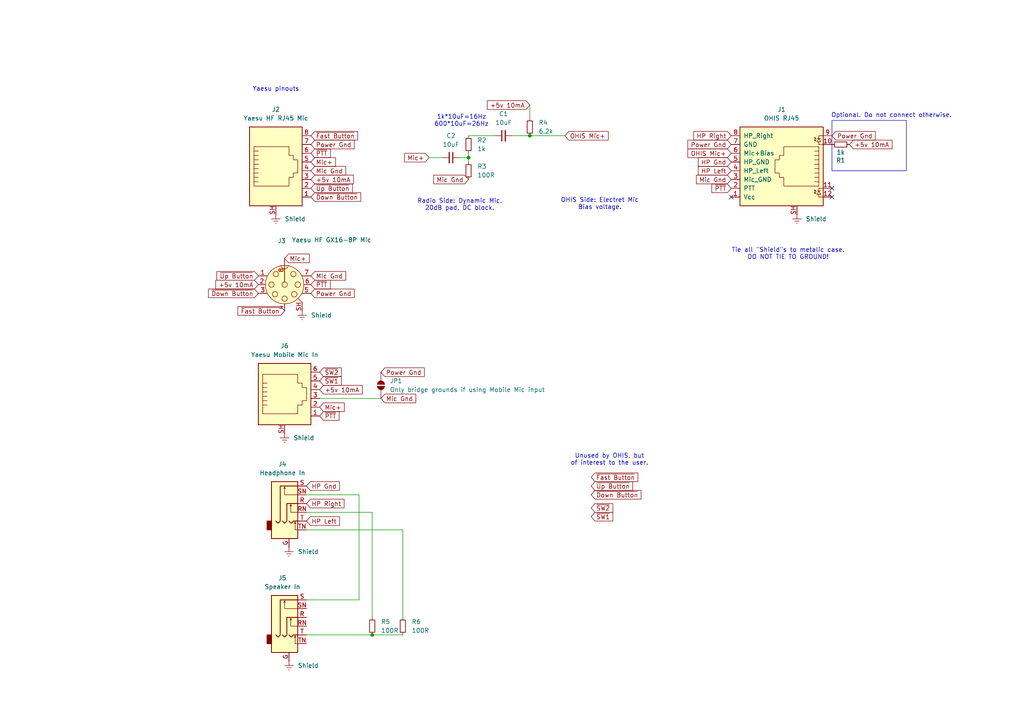
<source format=kicad_sch>
(kicad_sch (version 20231120) (generator "eeschema") (generator_version "8.0")
  (paper "A4")
  (lib_symbols
    (symbol "Connector:6P6C_Shielded" (pin_names (offset 1.016))
      (property "Reference" "J" (at -5.08 11.43 0))
      (property "Value" "6P6C_Shielded" (at 2.54 11.43 0))
      (symbol "6P6C_Shielded_0_1"
        (polyline (pts (xy -6.35 -1.905) (xy -5.08 -1.905) (xy -5.08 -1.905)))
        (polyline (pts (xy -6.35 -0.635) (xy -5.08 -0.635) (xy -5.08 -0.635)))
        (polyline (pts (xy -6.35 0.635) (xy -5.08 0.635) (xy -5.08 0.635)))
        (polyline (pts (xy -6.35 1.905) (xy -5.08 1.905) (xy -5.08 1.905)))
        (polyline (pts (xy -6.35 3.175) (xy -5.08 3.175) (xy -5.08 3.175)))
        (polyline (pts (xy -5.08 4.445) (xy -6.35 4.445) (xy -6.35 4.445)))
        (polyline (pts (xy -6.35 -4.445) (xy -6.35 6.985) (xy 3.81 6.985) (xy 3.81 4.445) (xy 5.08 4.445) (xy 5.08 3.175) (xy 6.35 3.175) (xy 6.35 -0.635) (xy 5.08 -0.635) (xy 5.08 -1.905) (xy 3.81 -1.905) (xy 3.81 -4.445) (xy -6.35 -4.445) (xy -6.35 -4.445)))
        (rectangle (start 7.62 10.16) (end -7.62 -7.62) (stroke (width 0.254)) (fill (type background)))
      )
      (symbol "6P6C_Shielded_1_1"
        (pin passive line (at 10.16 -5.08 180) (length 2.54) (name "~") (number "1"))
        (pin passive line (at 10.16 -2.54 180) (length 2.54) (name "~") (number "2"))
        (pin passive line (at 10.16 0 180) (length 2.54) (name "~") (number "3"))
        (pin passive line (at 10.16 2.54 180) (length 2.54) (name "~") (number "4"))
        (pin passive line (at 10.16 5.08 180) (length 2.54) (name "~") (number "5"))
        (pin passive line (at 10.16 7.62 180) (length 2.54) (name "~") (number "6"))
        (pin passive line (at 0 -10.16 90) (length 2.54) (name "~") (number "SH"))
      )
    )
    (symbol "Connector:RJ45_Shielded" (pin_names (offset 1.016))
      (property "Reference" "J" (at -5.08 13.97 0))
      (property "Value" "RJ45_Shielded" (at 2.54 13.97 0))
      (symbol "RJ45_Shielded_0_1"
        (polyline (pts (xy -5.08 4.445) (xy -6.35 4.445)))
        (polyline (pts (xy -5.08 5.715) (xy -6.35 5.715)))
        (polyline (pts (xy -6.35 -3.175) (xy -5.08 -3.175) (xy -5.08 -3.175)))
        (polyline (pts (xy -6.35 -1.905) (xy -5.08 -1.905) (xy -5.08 -1.905)))
        (polyline (pts (xy -6.35 -0.635) (xy -5.08 -0.635) (xy -5.08 -0.635)))
        (polyline (pts (xy -6.35 0.635) (xy -5.08 0.635) (xy -5.08 0.635)))
        (polyline (pts (xy -6.35 1.905) (xy -5.08 1.905) (xy -5.08 1.905)))
        (polyline (pts (xy -5.08 3.175) (xy -6.35 3.175) (xy -6.35 3.175)))
        (polyline (pts (xy -6.35 -4.445) (xy -6.35 6.985) (xy 3.81 6.985) (xy 3.81 4.445) (xy 5.08 4.445) (xy 5.08 3.175) (xy 6.35 3.175) (xy 6.35 -0.635) (xy 5.08 -0.635) (xy 5.08 -1.905) (xy 3.81 -1.905) (xy 3.81 -4.445) (xy -6.35 -4.445) (xy -6.35 -4.445)))
        (rectangle (start 7.62 12.7) (end -7.62 -10.16) (stroke (width 0.254)) (fill (type background)))
      )
      (symbol "RJ45_Shielded_1_1"
        (pin passive line (at 10.16 -7.62 180) (length 2.54) (name "~") (number "1"))
        (pin passive line (at 10.16 -5.08 180) (length 2.54) (name "~") (number "2"))
        (pin passive line (at 10.16 -2.54 180) (length 2.54) (name "~") (number "3"))
        (pin passive line (at 10.16 0 180) (length 2.54) (name "~") (number "4"))
        (pin passive line (at 10.16 2.54 180) (length 2.54) (name "~") (number "5"))
        (pin passive line (at 10.16 5.08 180) (length 2.54) (name "~") (number "6"))
        (pin passive line (at 10.16 7.62 180) (length 2.54) (name "~") (number "7"))
        (pin passive line (at 10.16 10.16 180) (length 2.54) (name "~") (number "8"))
        (pin passive line (at 0 -12.7 90) (length 2.54) (name "~") (number "SH"))
      )
    )
    (symbol "Connector_Audio:AudioJack3_Ground_Switch"
      (property "Reference" "J" (at 0 11.43 0))
      (property "Value" "AudioJack3_Ground_Switch" (at 0 8.89 0))
      (symbol "AudioJack3_Ground_Switch_0_1"
        (rectangle (start -5.08 -5.08) (end -6.35 -7.62) (stroke (width 0.254)) (fill (type outline)))
        (rectangle (start 2.54 6.35) (end -5.08 -10.16) (stroke (width 0.254)) (fill (type background)))
      )
      (symbol "AudioJack3_Ground_Switch_1_1"
        (polyline (pts (xy -1.27 4.826) (xy -1.016 4.318)))
        (polyline (pts (xy 0.508 -0.254) (xy 0.762 -0.762)))
        (polyline (pts (xy 1.778 -5.334) (xy 2.032 -5.842)))
        (polyline (pts (xy 0 -5.08) (xy 0.635 -5.715) (xy 1.27 -5.08) (xy 2.54 -5.08)) (stroke (width 0.254)))
        (polyline (pts (xy 2.54 -7.62) (xy 1.778 -7.62) (xy 1.778 -5.334) (xy 1.524 -5.842)))
        (polyline (pts (xy 2.54 -2.54) (xy 0.508 -2.54) (xy 0.508 -0.254) (xy 0.254 -0.762)))
        (polyline (pts (xy 2.54 2.54) (xy -1.27 2.54) (xy -1.27 4.826) (xy -1.524 4.318)))
        (polyline (pts (xy -1.905 -5.08) (xy -1.27 -5.715) (xy -0.635 -5.08) (xy -0.635 0) (xy 2.54 0)) (stroke (width 0.254)))
        (polyline (pts (xy 2.54 5.08) (xy -2.54 5.08) (xy -2.54 -5.08) (xy -3.175 -5.715) (xy -3.81 -5.08)) (stroke (width 0.254)))
        (pin passive line (at 0 -12.7 90) (length 2.54) (name "~") (number "G"))
        (pin passive line (at 5.08 0 180) (length 2.54) (name "~") (number "R"))
        (pin passive line (at 5.08 -2.54 180) (length 2.54) (name "~") (number "RN"))
        (pin passive line (at 5.08 5.08 180) (length 2.54) (name "~") (number "S"))
        (pin passive line (at 5.08 2.54 180) (length 2.54) (name "~") (number "SN"))
        (pin passive line (at 5.08 -5.08 180) (length 2.54) (name "~") (number "T"))
        (pin passive line (at 5.08 -7.62 180) (length 2.54) (name "~") (number "TN"))
      )
    )
    (symbol "Device:C_Small" (pin_numbers hide) (pin_names (offset 0.254) hide)
      (property "Reference" "C" (at 0.254 1.778 0))
      (property "Value" "C_Small" (at 0.254 -2.032 0))
      (symbol "C_Small_0_1"
        (polyline (pts (xy -1.524 -0.508) (xy 1.524 -0.508)) (stroke (width 0.3302)))
        (polyline (pts (xy -1.524 0.508) (xy 1.524 0.508)) (stroke (width 0.3048)))
      )
      (symbol "C_Small_1_1"
        (pin passive line (at 0 2.54 270) (length 2.032) (name "~") (number "1"))
        (pin passive line (at 0 -2.54 90) (length 2.032) (name "~") (number "2"))
      )
    )
    (symbol "Device:R_Small" (pin_numbers hide) (pin_names (offset 0.254) hide)
      (property "Reference" "R" (at 0.762 0.508 0))
      (property "Value" "R_Small" (at 0.762 -1.016 0))
      (symbol "R_Small_0_1"
        (rectangle (start -0.762 1.778) (end 0.762 -1.778) (stroke (width 0.2032)))
      )
      (symbol "R_Small_1_1"
        (pin passive line (at 0 2.54 270) (length 0.762) (name "~") (number "1"))
        (pin passive line (at 0 -2.54 90) (length 0.762) (name "~") (number "2"))
      )
    )
    (symbol "Jumper:SolderJumper_2_Open" (pin_numbers hide) (pin_names (offset 0) hide) (exclude_from_sim yes) (in_bom no)
      (property "Reference" "JP" (at 0 2.032 0))
      (property "Value" "SolderJumper_2_Open" (at 0 -2.54 0))
      (symbol "SolderJumper_2_Open_0_1"
        (arc (start -0.254 1.016) (mid -1.2656 0) (end -0.254 -1.016))
        (arc (start -0.254 1.016) (mid -1.2656 0) (end -0.254 -1.016) (fill (type outline)))
        (polyline (pts (xy -0.254 1.016) (xy -0.254 -1.016)))
        (polyline (pts (xy 0.254 1.016) (xy 0.254 -1.016)))
        (arc (start 0.254 -1.016) (mid 1.2656 0) (end 0.254 1.016))
        (arc (start 0.254 -1.016) (mid 1.2656 0) (end 0.254 1.016) (fill (type outline)))
      )
      (symbol "SolderJumper_2_Open_1_1"
        (pin passive line (at -3.81 0 0) (length 2.54) (name "A") (number "1"))
        (pin passive line (at 3.81 0 180) (length 2.54) (name "B") (number "2"))
      )
    )
    (symbol "OHIS:Conn_GX16-8p"
      (property "Reference" "J" (at -3.302 6.604 0))
      (symbol "Conn_GX16-8p_0_1"
        (circle (center -3.81 0) (radius 0.762))
        (circle (center -2.794 -2.794) (radius 0.762))
        (circle (center -2.54 3.048) (radius 0.762))
        (arc (start -1.016 5.588) (mid 0 4.572) (end 1.016 5.588))
        (circle (center 0 -4.064) (radius 0.762))
        (polyline (pts (xy 5.08 -5.08) (xy 3.81 -4.064)))
        (circle (center 0 0) (radius 0.762))
        (circle (center 2.54 3.048) (radius 0.762))
        (circle (center 2.794 -2.794) (radius 0.8032))
        (circle (center 3.81 0) (radius 0.8032))
      )
      (symbol "Conn_GX16-8p_1_1"
        (circle (center 0 0) (radius 5.588) (fill (type background)))
        (pin input line (at -7.62 2.54 0) (length 2.54) (name "") (number "1"))
        (pin input line (at -7.62 0 0) (length 2.032) (name "") (number "2"))
        (pin input line (at -7.62 -2.54 0) (length 2.54) (name "") (number "3"))
        (pin input line (at 0 -7.62 90) (length 2.032) (name "") (number "4"))
        (pin input line (at 7.62 -2.54 180) (length 2.54) (name "") (number "5"))
        (pin input line (at 7.62 0 180) (length 2.032) (name "") (number "6"))
        (pin input line (at 7.62 2.54 180) (length 2.54) (name "") (number "7"))
        (pin input line (at 0 7.62 270) (length 6.858) (name "") (number "8"))
        (pin input line (at 5.08 -7.62 90) (length 2.54) (name "") (number "SH"))
      )
    )
    (symbol "OHIS:Conn_RJ45_OHIS_LED_Shield" (pin_names (offset 1.016))
      (property "Reference" "J" (at -5.08 13.97 0))
      (property "Value" "Conn_RJ45_OHIS_LED_Shield" (at -8.89 17.78 0))
      (symbol "Conn_RJ45_OHIS_LED_Shield_0_1"
        (rectangle (start -7.62 12.7) (end 16.51 -10.16) (stroke (width 0.254)) (fill (type background)))
        (polyline (pts (xy -7.62 -7.62) (xy -6.35 -7.62)))
        (polyline (pts (xy -7.62 -5.08) (xy -6.35 -5.08)))
        (polyline (pts (xy -7.62 7.62) (xy -6.35 7.62)))
        (polyline (pts (xy -7.62 10.16) (xy -6.35 10.16)))
        (polyline (pts (xy -6.858 -5.842) (xy -5.842 -5.842)))
        (polyline (pts (xy -6.858 9.398) (xy -5.842 9.398)))
        (polyline (pts (xy -6.35 -7.62) (xy -6.35 -6.858)))
        (polyline (pts (xy -6.35 -5.08) (xy -6.35 -5.842)))
        (polyline (pts (xy -6.35 7.62) (xy -6.35 8.382)))
        (polyline (pts (xy -6.35 10.16) (xy -6.35 9.398)))
        (polyline (pts (xy -5.08 -6.223) (xy -5.207 -6.604)))
        (polyline (pts (xy -5.08 -5.588) (xy -5.207 -5.969)))
        (polyline (pts (xy -5.08 4.445) (xy -6.35 4.445)))
        (polyline (pts (xy -5.08 5.715) (xy -6.35 5.715)))
        (polyline (pts (xy -5.08 9.017) (xy -5.207 8.636)))
        (polyline (pts (xy -5.08 9.652) (xy -5.207 9.271)))
        (polyline (pts (xy -6.35 -3.175) (xy -5.08 -3.175) (xy -5.08 -3.175)))
        (polyline (pts (xy -6.35 -1.905) (xy -5.08 -1.905) (xy -5.08 -1.905)))
        (polyline (pts (xy -6.35 -0.635) (xy -5.08 -0.635) (xy -5.08 -0.635)))
        (polyline (pts (xy -6.35 0.635) (xy -5.08 0.635) (xy -5.08 0.635)))
        (polyline (pts (xy -6.35 1.905) (xy -5.08 1.905) (xy -5.08 1.905)))
        (polyline (pts (xy -5.588 -6.731) (xy -5.08 -6.223) (xy -5.461 -6.35)))
        (polyline (pts (xy -5.588 -6.096) (xy -5.08 -5.588) (xy -5.461 -5.715)))
        (polyline (pts (xy -5.588 8.509) (xy -5.08 9.017) (xy -5.461 8.89)))
        (polyline (pts (xy -5.588 9.144) (xy -5.08 9.652) (xy -5.461 9.525)))
        (polyline (pts (xy -5.08 3.175) (xy -6.35 3.175) (xy -6.35 3.175)))
        (polyline (pts (xy -6.35 -5.842) (xy -6.858 -6.858) (xy -5.842 -6.858) (xy -6.35 -5.842)))
        (polyline (pts (xy -6.35 9.398) (xy -6.858 8.382) (xy -5.842 8.382) (xy -6.35 9.398)))
        (polyline (pts (xy -6.35 -4.445) (xy -6.35 6.985) (xy 3.81 6.985) (xy 3.81 4.445) (xy 5.08 4.445) (xy 5.08 3.175) (xy 6.35 3.175) (xy 6.35 -0.635) (xy 5.08 -0.635) (xy 5.08 -1.905) (xy 3.81 -1.905) (xy 3.81 -4.445) (xy -6.35 -4.445) (xy -6.35 -4.445)))
      )
      (symbol "Conn_RJ45_OHIS_LED_Shield_1_1"
        (pin passive line (at 19.05 -7.62 180) (length 2.54) (name "Vcc") (number "1"))
        (pin passive line (at -10.16 7.62 0) (length 2.54) (name "~") (number "10"))
        (pin passive line (at -10.16 -5.08 0) (length 2.54) (name "~") (number "11"))
        (pin passive line (at -10.16 -7.62 0) (length 2.54) (name "~") (number "12"))
        (pin passive line (at 19.05 -5.08 180) (length 2.54) (name "PTT") (number "2"))
        (pin passive line (at 19.05 -2.54 180) (length 2.54) (name "Mic_GND") (number "3"))
        (pin passive line (at 19.05 0 180) (length 2.54) (name "HP_Left") (number "4"))
        (pin passive line (at 19.05 2.54 180) (length 2.54) (name "HP_GND") (number "5"))
        (pin passive line (at 19.05 5.08 180) (length 2.54) (name "Mic+Bias") (number "6"))
        (pin passive line (at 19.05 7.62 180) (length 2.54) (name "GND") (number "7"))
        (pin passive line (at 19.05 10.16 180) (length 2.54) (name "HP_Right") (number "8"))
        (pin passive line (at -10.16 10.16 0) (length 2.54) (name "~") (number "9"))
        (pin passive line (at 0 -12.7 90) (length 2.54) (name "~") (number "SH"))
      )
    )
    (symbol "power:Earth" (power) (pin_numbers hide) (pin_names (offset 0) hide)
      (property "Value" "Earth" (at 0 -3.81 0))
      (symbol "Earth_0_1"
        (polyline (pts (xy -0.635 -1.905) (xy 0.635 -1.905)))
        (polyline (pts (xy -0.127 -2.54) (xy 0.127 -2.54)))
        (polyline (pts (xy 0 -1.27) (xy 0 0)))
        (polyline (pts (xy 1.27 -1.27) (xy -1.27 -1.27)))
      )
      (symbol "Earth_1_1"
        (pin power_in line (at 0 0 270) (length 0) (name "~") (number "1"))
      )
    )
  )
  (junction (at 107.95 184.15))
  (junction (at 153.67 39.37))
  (junction (at 135.89 45.72))
  (no_connect (at 241.3 54.61))
  (no_connect (at 212.09 57.15))
  (no_connect (at 241.3 57.15))
  (wire (pts (xy 104.14 143.51) (xy 88.9 143.51)))
  (wire (pts (xy 116.84 153.67) (xy 88.9 153.67)))
  (wire (pts (xy 148.59 39.37) (xy 153.67 39.37)))
  (wire (pts (xy 92.71 115.57) (xy 110.49 115.57)))
  (wire (pts (xy 116.84 179.07) (xy 116.84 153.67)))
  (wire (pts (xy 133.35 45.72) (xy 135.89 45.72)))
  (wire (pts (xy 135.89 44.45) (xy 135.89 45.72)))
  (wire (pts (xy 124.46 45.72) (xy 128.27 45.72)))
  (wire (pts (xy 88.9 173.99) (xy 104.14 173.99)))
  (wire (pts (xy 104.14 173.99) (xy 104.14 143.51)))
  (wire (pts (xy 107.95 184.15) (xy 116.84 184.15)))
  (wire (pts (xy 107.95 179.07) (xy 107.95 148.59)))
  (wire (pts (xy 88.9 184.15) (xy 107.95 184.15)))
  (wire (pts (xy 135.89 39.37) (xy 143.51 39.37)))
  (wire (pts (xy 153.67 39.37) (xy 163.83 39.37)))
  (wire (pts (xy 153.67 30.48) (xy 153.67 34.29)))
  (wire (pts (xy 107.95 148.59) (xy 88.9 148.59)))
  (wire (pts (xy 135.89 45.72) (xy 135.89 46.99)))
  (rectangle (start 241.3 34.925) (end 262.89 49.53))
  (text "Yaesu pinouts" (at 80.01 25.908 0) (effects (font (size 1.27 1.27))))
  (text "OHIS Side: Electret Mic\nBias voltage." (at 173.99 59.182 0) (effects (font (size 1.27 1.27))))
  (text "Radio Side: Dynamic Mic.\n20dB pad, DC block." (at 133.35 59.436 0) (effects (font (size 1.27 1.27))))
  (text "Tie all \"Shield\"s to metalic case.\nDO NOT TIE TO GROUND!" (at 228.6 73.66 0) (effects (font (size 1.27 1.27))))
  (text "Unused by OHIS, but\nof interest to the user." (at 176.784 133.35 0) (effects (font (size 1.27 1.27))))
  (text "1k*10uF=16Hz\n600*10uF=26Hz" (at 133.858 35.052 0) (effects (font (size 1.27 1.27))))
  (text "Optional. Do not connect otherwise." (at 258.572 33.528 0) (effects (font (size 1.27 1.27))))
  (global_label "Mic Gnd" (shape input) (at 212.09 52.07 180) (property "Intersheetrefs" "${INTERSHEET_REFS}" (effects (hide yes))))
  (global_label "OHIS Mic+" (shape input) (at 163.83 39.37 0) (property "Intersheetrefs" "${INTERSHEET_REFS}" (effects (hide yes))))
  (global_label "~{Down Button}" (shape input) (at 171.45 143.51 0) (property "Intersheetrefs" "${INTERSHEET_REFS}" (effects (hide yes))))
  (global_label "~{PTT}" (shape input) (at 212.09 54.61 180) (property "Intersheetrefs" "${INTERSHEET_REFS}" (effects (hide yes))))
  (global_label "~{Down Button}" (shape input) (at 74.93 85.09 180) (property "Intersheetrefs" "${INTERSHEET_REFS}" (effects (hide yes))))
  (global_label "OHIS Mic+" (shape input) (at 212.09 44.45 180) (property "Intersheetrefs" "${INTERSHEET_REFS}" (effects (hide yes))))
  (global_label "~{SW2}" (shape input) (at 92.71 107.95 0) (property "Intersheetrefs" "${INTERSHEET_REFS}" (effects (hide yes))))
  (global_label "HP Gnd" (shape input) (at 88.9 140.97 0) (property "Intersheetrefs" "${INTERSHEET_REFS}" (effects (hide yes))))
  (global_label "~{Up Button}" (shape input) (at 90.17 54.61 0) (property "Intersheetrefs" "${INTERSHEET_REFS}" (effects (hide yes))))
  (global_label "HP Right" (shape input) (at 212.09 39.37 180) (property "Intersheetrefs" "${INTERSHEET_REFS}" (effects (hide yes))))
  (global_label "~{Down Button}" (shape input) (at 90.17 57.15 0) (property "Intersheetrefs" "${INTERSHEET_REFS}" (effects (hide yes))))
  (global_label "+5v 10mA" (shape input) (at 246.38 41.91 0) (property "Intersheetrefs" "${INTERSHEET_REFS}" (effects (hide yes))))
  (global_label "~{SW2}" (shape input) (at 171.45 147.32 0) (property "Intersheetrefs" "${INTERSHEET_REFS}" (effects (hide yes))))
  (global_label "~{Fast Button}" (shape input) (at 90.17 39.37 0) (property "Intersheetrefs" "${INTERSHEET_REFS}" (effects (hide yes))))
  (global_label "Mic Gnd" (shape input) (at 110.49 115.57 0) (property "Intersheetrefs" "${INTERSHEET_REFS}" (effects (hide yes))))
  (global_label "~{Fast Button}" (shape input) (at 171.45 138.43 0) (property "Intersheetrefs" "${INTERSHEET_REFS}" (effects (hide yes))))
  (global_label "Mic+" (shape input) (at 82.55 74.93 0) (property "Intersheetrefs" "${INTERSHEET_REFS}" (effects (hide yes))))
  (global_label "~{PTT}" (shape input) (at 92.71 120.65 0) (property "Intersheetrefs" "${INTERSHEET_REFS}" (effects (hide yes))))
  (global_label "~{PTT}" (shape input) (at 90.17 82.55 0) (property "Intersheetrefs" "${INTERSHEET_REFS}" (effects (hide yes))))
  (global_label "+5v 10mA" (shape input) (at 92.71 113.03 0) (property "Intersheetrefs" "${INTERSHEET_REFS}" (effects (hide yes))))
  (global_label "+5v 10mA" (shape input) (at 90.17 52.07 0) (property "Intersheetrefs" "${INTERSHEET_REFS}" (effects (hide yes))))
  (global_label "~{PTT}" (shape input) (at 90.17 44.45 0) (property "Intersheetrefs" "${INTERSHEET_REFS}" (effects (hide yes))))
  (global_label "~{Up Button}" (shape input) (at 74.93 80.01 180) (property "Intersheetrefs" "${INTERSHEET_REFS}" (effects (hide yes))))
  (global_label "~{SW1}" (shape input) (at 171.45 149.86 0) (property "Intersheetrefs" "${INTERSHEET_REFS}" (effects (hide yes))))
  (global_label "~{Up Button}" (shape input) (at 171.45 140.97 0) (property "Intersheetrefs" "${INTERSHEET_REFS}" (effects (hide yes))))
  (global_label "+5v 10mA" (shape input) (at 74.93 82.55 180) (property "Intersheetrefs" "${INTERSHEET_REFS}" (effects (hide yes))))
  (global_label "~{Fast Button}" (shape input) (at 82.55 90.17 180) (property "Intersheetrefs" "${INTERSHEET_REFS}" (effects (hide yes))))
  (global_label "Power Gnd" (shape input) (at 241.3 39.37 0) (property "Intersheetrefs" "${INTERSHEET_REFS}" (effects (hide yes))))
  (global_label "HP Gnd" (shape input) (at 212.09 46.99 180) (property "Intersheetrefs" "${INTERSHEET_REFS}" (effects (hide yes))))
  (global_label "Mic Gnd" (shape input) (at 90.17 49.53 0) (property "Intersheetrefs" "${INTERSHEET_REFS}" (effects (hide yes))))
  (global_label "Power Gnd" (shape input) (at 90.17 41.91 0) (property "Intersheetrefs" "${INTERSHEET_REFS}" (effects (hide yes))))
  (global_label "Power Gnd" (shape input) (at 90.17 85.09 0) (property "Intersheetrefs" "${INTERSHEET_REFS}" (effects (hide yes))))
  (global_label "~{SW1}" (shape input) (at 92.71 110.49 0) (property "Intersheetrefs" "${INTERSHEET_REFS}" (effects (hide yes))))
  (global_label "Mic+" (shape input) (at 92.71 118.11 0) (property "Intersheetrefs" "${INTERSHEET_REFS}" (effects (hide yes))))
  (global_label "Mic+" (shape input) (at 124.46 45.72 180) (property "Intersheetrefs" "${INTERSHEET_REFS}" (effects (hide yes))))
  (global_label "Mic+" (shape input) (at 90.17 46.99 0) (property "Intersheetrefs" "${INTERSHEET_REFS}" (effects (hide yes))))
  (global_label "Power Gnd" (shape input) (at 110.49 107.95 0) (property "Intersheetrefs" "${INTERSHEET_REFS}" (effects (hide yes))))
  (global_label "HP Left" (shape input) (at 88.9 151.13 0) (property "Intersheetrefs" "${INTERSHEET_REFS}" (effects (hide yes))))
  (global_label "HP Left" (shape input) (at 212.09 49.53 180) (property "Intersheetrefs" "${INTERSHEET_REFS}" (effects (hide yes))))
  (global_label "Power Gnd" (shape input) (at 212.09 41.91 180) (property "Intersheetrefs" "${INTERSHEET_REFS}" (effects (hide yes))))
  (global_label "Mic Gnd" (shape input) (at 135.89 52.07 180) (property "Intersheetrefs" "${INTERSHEET_REFS}" (effects (hide yes))))
  (global_label "HP Right" (shape input) (at 88.9 146.05 0) (property "Intersheetrefs" "${INTERSHEET_REFS}" (effects (hide yes))))
  (global_label "Mic Gnd" (shape input) (at 90.17 80.01 0) (property "Intersheetrefs" "${INTERSHEET_REFS}" (effects (hide yes))))
  (global_label "+5v 10mA" (shape input) (at 153.67 30.48 180) (property "Intersheetrefs" "${INTERSHEET_REFS}" (effects (hide yes))))
  (symbol (lib_id "power:Earth") (at 83.82 158.75 0) (unit 1)
    (property "Reference" "#PWR03" (effects (hide yes)))
    (property "Value" "Shield" (at 86.36 160.0199 0) (effects (justify left)))
    (property "Description" "Power symbol creates a global label with name \"Earth\"" (effects (hide yes)))
  )
  (symbol (lib_id "power:Earth") (at 87.63 90.17 0) (unit 1)
    (property "Reference" "#PWR01" (effects (hide yes)))
    (property "Value" "Shield" (at 90.17 91.4399 0) (effects (justify left)))
    (property "Description" "Power symbol creates a global label with name \"Earth\"" (effects (hide yes)))
  )
  (symbol (lib_id "Connector_Audio:AudioJack3_Ground_Switch") (at 83.82 179.07 0) (unit 1)
    (property "Reference" "J5" (at 81.915 167.64 0))
    (property "Value" "Speaker In" (at 81.915 170.18 0))
    (property "Description" "Audio Jack, 3 Poles (Stereo / TRS), Grounded Sleeve, Switched Poles (Normalling)" (effects (hide yes)))
  )
  (symbol (lib_id "Connector:RJ45_Shielded") (at 80.01 49.53 0) (unit 1)
    (property "Reference" "J2" (at 80.01 31.75 0))
    (property "Value" "Yaesu HF RJ45 Mic" (at 80.01 34.29 0))
    (property "Description" "RJ connector, 8P8C (8 positions 8 connected), Shielded" (effects (hide yes)))
  )
  (symbol (lib_id "OHIS:Conn_GX16-8p") (at 82.55 82.55 0) (unit 1)
    (property "Reference" "J3" (at 80.518 69.85 0) (effects (justify left)))
    (property "Value" "Yaesu HF GX16-8P Mic" (at 84.582 69.596 0) (effects (justify left)))
  )
  (symbol (lib_id "Jumper:SolderJumper_2_Open") (at 110.49 111.76 90) (unit 1) (exclude_from_sim yes) (in_bom no)
    (property "Reference" "JP1" (at 113.03 110.4899 90) (effects (justify right)))
    (property "Value" "Only bridge grounds if using Mobile Mic input" (at 113.03 113.0299 90) (effects (justify right)))
    (property "Description" "Solder Jumper, 2-pole, open" (effects (hide yes)))
  )
  (symbol (lib_id "Connector:6P6C_Shielded") (at 82.55 115.57 0) (unit 1)
    (property "Reference" "J6" (at 82.55 100.33 0))
    (property "Value" "Yaesu Mobile Mic In" (at 82.55 102.87 0))
    (property "Description" "RJ connector, 6P6C (6 positions 6 connected), RJ12/RJ18/RJ25, Shielded" (effects (hide yes)))
  )
  (symbol (lib_id "OHIS:Conn_RJ45_OHIS_LED_Shield") (at 231.14 49.53 0) (mirror y) (unit 1)
    (property "Reference" "J1" (at 226.695 31.75 0))
    (property "Value" "OHIS RJ45" (at 226.695 34.29 0))
    (property "Description" "RJ connector, 8P8C (8 positions 8 connected), two LEDs, RJ45, Shielded" (effects (hide yes)))
  )
  (symbol (lib_id "power:Earth") (at 83.82 191.77 0) (unit 1)
    (property "Reference" "#PWR04" (effects (hide yes)))
    (property "Value" "Shield" (at 86.36 193.0399 0) (effects (justify left)))
    (property "Description" "Power symbol creates a global label with name \"Earth\"" (effects (hide yes)))
  )
  (symbol (lib_id "Device:R_Small") (at 107.95 181.61 0) (unit 1)
    (property "Reference" "R5" (at 110.49 180.3399 0) (effects (justify left)))
    (property "Value" "100R" (at 110.49 182.8799 0) (effects (justify left)))
    (property "Description" "Resistor, small symbol" (effects (hide yes)))
  )
  (symbol (lib_id "Device:R_Small") (at 135.89 49.53 0) (unit 1)
    (property "Reference" "R3" (at 138.43 48.2599 0) (effects (justify left)))
    (property "Value" "100R" (at 138.43 50.7999 0) (effects (justify left)))
    (property "Description" "Resistor, small symbol" (effects (hide yes)))
  )
  (symbol (lib_id "Device:R_Small") (at 135.89 41.91 0) (unit 1)
    (property "Reference" "R2" (at 138.43 40.6399 0) (effects (justify left)))
    (property "Value" "1k" (at 138.43 43.1799 0) (effects (justify left)))
    (property "Description" "Resistor, small symbol" (effects (hide yes)))
  )
  (symbol (lib_id "Device:R_Small") (at 153.67 36.83 0) (unit 1)
    (property "Reference" "R4" (at 156.21 35.5599 0) (effects (justify left)))
    (property "Value" "6.2k" (at 156.21 38.0999 0) (effects (justify left)))
    (property "Description" "Resistor, small symbol" (effects (hide yes)))
  )
  (symbol (lib_id "Connector_Audio:AudioJack3_Ground_Switch") (at 83.82 146.05 0) (unit 1)
    (property "Reference" "J4" (at 81.915 134.62 0))
    (property "Value" "Headphone In" (at 81.915 137.16 0))
    (property "Description" "Audio Jack, 3 Poles (Stereo / TRS), Grounded Sleeve, Switched Poles (Normalling)" (effects (hide yes)))
  )
  (symbol (lib_id "Device:C_Small") (at 146.05 39.37 90) (unit 1)
    (property "Reference" "C1" (at 146.0563 33.02 90))
    (property "Value" "10uF" (at 146.0563 35.56 90))
    (property "Description" "Unpolarized capacitor, small symbol" (effects (hide yes)))
  )
  (symbol (lib_id "power:Earth") (at 82.55 125.73 0) (unit 1)
    (property "Reference" "#PWR05" (effects (hide yes)))
    (property "Value" "Shield" (at 85.09 126.9999 0) (effects (justify left)))
    (property "Description" "Power symbol creates a global label with name \"Earth\"" (effects (hide yes)))
  )
  (symbol (lib_id "power:Earth") (at 80.01 62.23 0) (unit 1)
    (property "Reference" "#PWR07" (effects (hide yes)))
    (property "Value" "Shield" (at 82.55 63.4999 0) (effects (justify left)))
    (property "Description" "Power symbol creates a global label with name \"Earth\"" (effects (hide yes)))
  )
  (symbol (lib_id "power:Earth") (at 231.14 62.23 0) (unit 1)
    (property "Reference" "#PWR02" (effects (hide yes)))
    (property "Value" "Shield" (at 233.68 63.4999 0) (effects (justify left)))
    (property "Description" "Power symbol creates a global label with name \"Earth\"" (effects (hide yes)))
  )
  (symbol (lib_id "Device:R_Small") (at 116.84 181.61 0) (unit 1)
    (property "Reference" "R6" (at 119.38 180.3399 0) (effects (justify left)))
    (property "Value" "100R" (at 119.38 182.8799 0) (effects (justify left)))
    (property "Description" "Resistor, small symbol" (effects (hide yes)))
  )
  (symbol (lib_id "Device:C_Small") (at 130.81 45.72 270) (unit 1)
    (property "Reference" "C2" (at 130.8036 39.37 90))
    (property "Value" "10uF" (at 130.8036 41.91 90))
    (property "Description" "Unpolarized capacitor, small symbol" (effects (hide yes)))
  )
  (symbol (lib_id "Device:R_Small") (at 243.84 41.91 270) (unit 1)
    (property "Reference" "R1" (at 243.84 46.482 90))
    (property "Value" "1k" (at 243.84 44.196 90))
    (property "Description" "Resistor, small symbol" (effects (hide yes)))
  )
)
</source>
